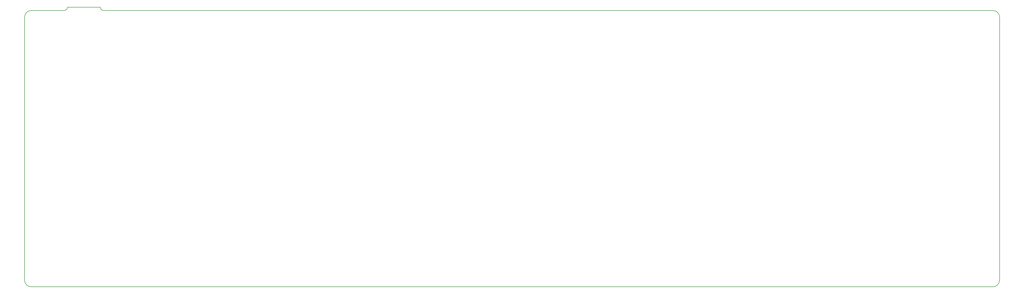
<source format=gm1>
G04 #@! TF.FileFunction,Profile,NP*
%FSLAX46Y46*%
G04 Gerber Fmt 4.6, Leading zero omitted, Abs format (unit mm)*
G04 Created by KiCad (PCBNEW 4.0.7) date 05/14/18 18:10:09*
%MOMM*%
%LPD*%
G01*
G04 APERTURE LIST*
%ADD10C,0.100000*%
%ADD11C,0.150000*%
G04 APERTURE END LIST*
D10*
D11*
X410765625Y-210740625D02*
G75*
G03X411956250Y-211931250I1190625J0D01*
G01*
X397668750Y-211931250D02*
G75*
G03X398859375Y-210740625I0J1190625D01*
G01*
X733425000Y-211931250D02*
X569118750Y-211931250D01*
X735806250Y-309562500D02*
X735806250Y-214312500D01*
X385762500Y-311943750D02*
X733425000Y-311943750D01*
X383381250Y-214312500D02*
X383381250Y-309562500D01*
X397668750Y-211931250D02*
X385762500Y-211931250D01*
X385762500Y-211931250D02*
G75*
G03X383381250Y-214312500I0J-2381250D01*
G01*
X735806250Y-214312500D02*
G75*
G03X733425000Y-211931250I-2381250J0D01*
G01*
X733425000Y-311943750D02*
G75*
G03X735806250Y-309562500I0J2381250D01*
G01*
X383381250Y-309562500D02*
G75*
G03X385762500Y-311943750I2381250J0D01*
G01*
X554831250Y-211931250D02*
X569118750Y-211931250D01*
X411956250Y-211931250D02*
X554831250Y-211931250D01*
X398859375Y-210740625D02*
X410765625Y-210740625D01*
M02*

</source>
